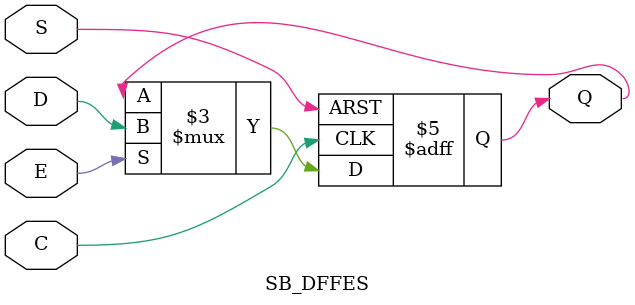
<source format=v>
module SB_DFFES (output Q, input C, E, S, D);
	reg Q = 0;
	always @(posedge C, posedge S)
		if (S)
			Q <= 1;
		else if (E)
			Q <= D;
endmodule

</source>
